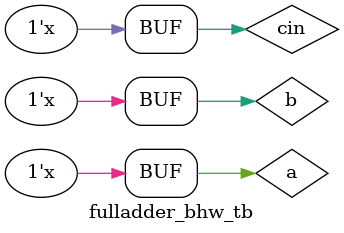
<source format=v>

module fuuladder_bhw(a,b,cin,s,cout
    );
	 input a,b,cin;
	 output s,cout;
	 reg s,cout;
	 always @(a,b,cin)
	 begin
	 s=a^b^cin;
	 cout=(a&b)+(cin&(a+b));
	 end
endmodule
module fulladder_bhw_tb;

	// Inputs
	reg a;
	reg b;
	reg cin;

	// Outputs
	wire s;
	wire cout;

	// Instantiate the Design Under Test (DUT)
	fuuladder_bhw dut (a,b,cin,s,cout
	);

	initial a=0;
	initial b=0;
	initial cin=0;
	
	always #20 cin=cin+1;
	always #40 b=b+1;
	always #80 a=a+1;

endmodule

</source>
